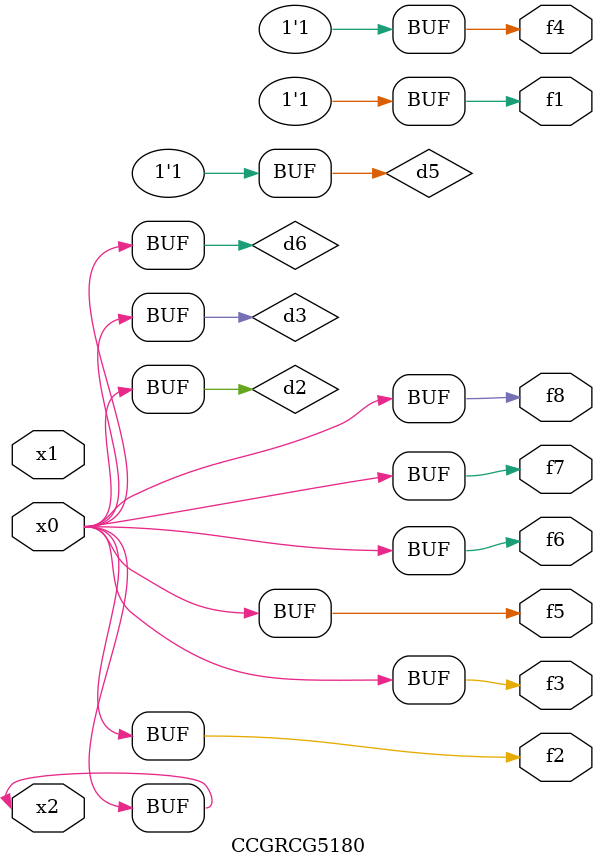
<source format=v>
module CCGRCG5180(
	input x0, x1, x2,
	output f1, f2, f3, f4, f5, f6, f7, f8
);

	wire d1, d2, d3, d4, d5, d6;

	xnor (d1, x2);
	buf (d2, x0, x2);
	and (d3, x0);
	xnor (d4, x1, x2);
	nand (d5, d1, d3);
	buf (d6, d2, d3);
	assign f1 = d5;
	assign f2 = d6;
	assign f3 = d6;
	assign f4 = d5;
	assign f5 = d6;
	assign f6 = d6;
	assign f7 = d6;
	assign f8 = d6;
endmodule

</source>
